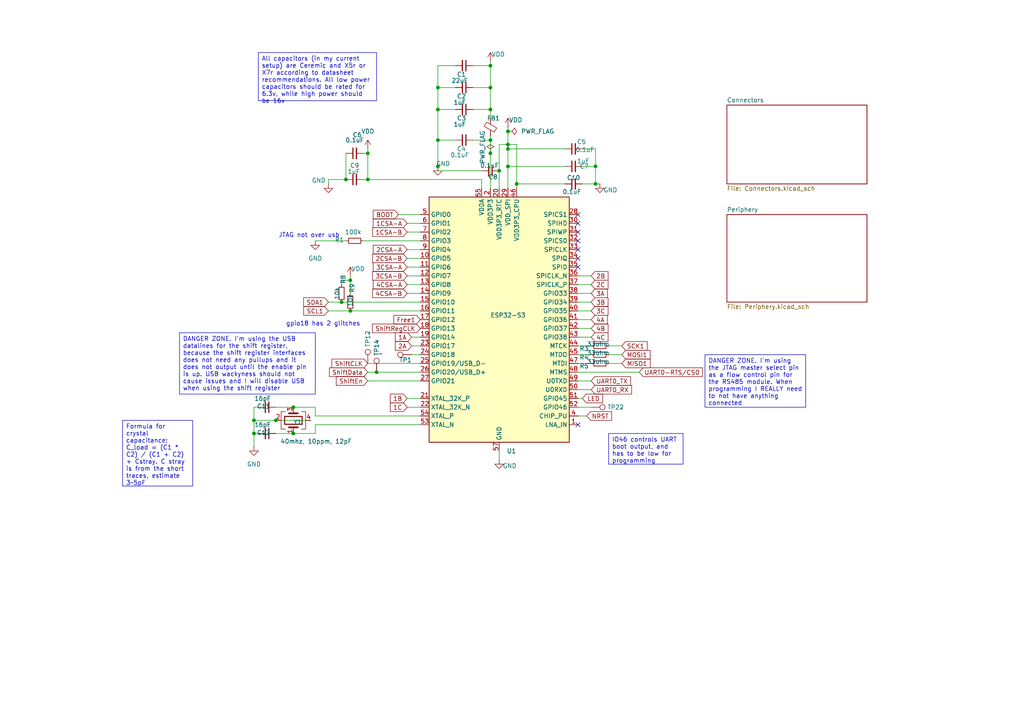
<source format=kicad_sch>
(kicad_sch (version 20231120) (generator "eeschema") (generator_version "8.0")
  (paper "A4")
  (title_block (title "CACKLE -  Hub") (date "2024-10-08"))
  (lib_symbols
    (symbol "Connector:TestPoint" (pin_numbers hide) (pin_names (offset 0.762) hide)
      (property "Reference" "TP" (at 0 6.858 0))
      (property "Value" "TestPoint" (at 0 5.08 0))
      (symbol "TestPoint_0_1"
        (circle (center 0 3.302) (radius 0.762))
      )
      (symbol "TestPoint_1_1"
        (pin passive line (at 0 0 90) (length 2.54) (name "1") (number "1"))
      )
    )
    (symbol "Device:C_Small" (pin_numbers hide) (pin_names (offset 0.254) hide)
      (property "Reference" "C" (at 0.254 1.778 0))
      (property "Value" "C_Small" (at 0.254 -2.032 0))
      (symbol "C_Small_0_1"
        (polyline (pts (xy -1.524 -0.508) (xy 1.524 -0.508)) (stroke (width 0.3302)))
        (polyline (pts (xy -1.524 0.508) (xy 1.524 0.508)) (stroke (width 0.3048)))
      )
      (symbol "C_Small_1_1"
        (pin passive line (at 0 2.54 270) (length 2.032) (name "~") (number "1"))
        (pin passive line (at 0 -2.54 90) (length 2.032) (name "~") (number "2"))
      )
    )
    (symbol "Device:Crystal_GND24" (pin_names (offset 1.016) hide)
      (property "Reference" "Y" (at 3.175 5.08 0))
      (property "Value" "Crystal_GND24" (at 3.175 3.175 0))
      (symbol "Crystal_GND24_0_1"
        (rectangle (start -1.143 2.54) (end 1.143 -2.54) (stroke (width 0.3048)))
        (polyline (pts (xy -2.54 0) (xy -2.032 0)))
        (polyline (pts (xy -2.032 -1.27) (xy -2.032 1.27)) (stroke (width 0.508)))
        (polyline (pts (xy 0 -3.81) (xy 0 -3.556)))
        (polyline (pts (xy 0 3.556) (xy 0 3.81)))
        (polyline (pts (xy 2.032 -1.27) (xy 2.032 1.27)) (stroke (width 0.508)))
        (polyline (pts (xy 2.032 0) (xy 2.54 0)))
        (polyline (pts (xy -2.54 -2.286) (xy -2.54 -3.556) (xy 2.54 -3.556) (xy 2.54 -2.286)))
        (polyline (pts (xy -2.54 2.286) (xy -2.54 3.556) (xy 2.54 3.556) (xy 2.54 2.286)))
      )
      (symbol "Crystal_GND24_1_1"
        (pin passive line (at -3.81 0 0) (length 1.27) (name "1") (number "1"))
        (pin passive line (at 0 5.08 270) (length 1.27) (name "2") (number "2"))
        (pin passive line (at 3.81 0 180) (length 1.27) (name "3") (number "3"))
        (pin passive line (at 0 -5.08 90) (length 1.27) (name "4") (number "4"))
      )
    )
    (symbol "Device:FerriteBead_Small" (pin_numbers hide) (pin_names (offset 0))
      (property "Reference" "FB" (at 1.905 1.27 0))
      (property "Value" "FerriteBead_Small" (at 1.905 -1.27 0))
      (symbol "FerriteBead_Small_0_1"
        (polyline (pts (xy 0 -1.27) (xy 0 -0.7874)))
        (polyline (pts (xy 0 0.889) (xy 0 1.2954)))
        (polyline (pts (xy -1.8288 0.2794) (xy -1.1176 1.4986) (xy 1.8288 -0.2032) (xy 1.1176 -1.4224) (xy -1.8288 0.2794)))
      )
      (symbol "FerriteBead_Small_1_1"
        (pin passive line (at 0 2.54 270) (length 1.27) (name "~") (number "1"))
        (pin passive line (at 0 -2.54 90) (length 1.27) (name "~") (number "2"))
      )
    )
    (symbol "Device:R_Small" (pin_numbers hide) (pin_names (offset 0.254) hide)
      (property "Reference" "R" (at 0.762 0.508 0))
      (property "Value" "R_Small" (at 0.762 -1.016 0))
      (symbol "R_Small_0_1"
        (rectangle (start -0.762 1.778) (end 0.762 -1.778) (stroke (width 0.2032)))
      )
      (symbol "R_Small_1_1"
        (pin passive line (at 0 2.54 270) (length 0.762) (name "~") (number "1"))
        (pin passive line (at 0 -2.54 90) (length 0.762) (name "~") (number "2"))
      )
    )
    (symbol "MCU_Espressif:ESP32-S3"
      (property "Reference" "U" (at 10.16 -38.1 0))
      (property "Value" "ESP32-S3" (at 13.97 -40.64 0))
      (symbol "ESP32-S3_0_1"
        (rectangle (start -20.32 35.56) (end 20.32 -35.56) (stroke (width 0.254)) (fill (type background)))
      )
      (symbol "ESP32-S3_1_0"
        (pin bidirectional line (at 22.86 12.7 180) (length 2.54) (name "SPICLK_N") (number "36"))
        (pin bidirectional line (at 22.86 -10.16 180) (length 2.54) (name "MTDO") (number "45"))
        (pin bidirectional line (at 22.86 -22.86 180) (length 2.54) (name "GPIO45") (number "51"))
        (pin passive line (at -5.08 38.1 270) (length 2.54) hide (name "VDDA") (number "56"))
      )
      (symbol "ESP32-S3_1_1"
        (pin bidirectional line (at 22.86 -30.48 180) (length 2.54) (name "LNA_IN") (number "1"))
        (pin bidirectional line (at -22.86 17.78 0) (length 2.54) (name "GPIO5") (number "10"))
        (pin bidirectional line (at -22.86 15.24 0) (length 2.54) (name "GPIO6") (number "11"))
        (pin bidirectional line (at -22.86 12.7 0) (length 2.54) (name "GPIO7") (number "12"))
        (pin bidirectional line (at -22.86 10.16 0) (length 2.54) (name "GPIO8") (number "13"))
        (pin bidirectional line (at -22.86 7.62 0) (length 2.54) (name "GPIO9") (number "14"))
        (pin bidirectional line (at -22.86 5.08 0) (length 2.54) (name "GPIO10") (number "15"))
        (pin bidirectional line (at -22.86 2.54 0) (length 2.54) (name "GPIO11") (number "16"))
        (pin bidirectional line (at -22.86 0 0) (length 2.54) (name "GPIO12") (number "17"))
        (pin bidirectional line (at -22.86 -2.54 0) (length 2.54) (name "GPIO13") (number "18"))
        (pin bidirectional line (at -22.86 -5.08 0) (length 2.54) (name "GPIO14") (number "19"))
        (pin power_in line (at -2.54 38.1 270) (length 2.54) (name "VDD3P3") (number "2"))
        (pin power_in line (at 0 38.1 270) (length 2.54) (name "VDD3P3_RTC") (number "20"))
        (pin passive line (at -22.86 -22.86 0) (length 2.54) (name "XTAL_32K_P") (number "21"))
        (pin passive line (at -22.86 -25.4 0) (length 2.54) (name "XTAL_32K_N") (number "22"))
        (pin bidirectional line (at -22.86 -7.62 0) (length 2.54) (name "GPIO17") (number "23"))
        (pin bidirectional line (at -22.86 -10.16 0) (length 2.54) (name "GPIO18") (number "24"))
        (pin bidirectional line (at -22.86 -12.7 0) (length 2.54) (name "GPIO19/USB_D-") (number "25"))
        (pin bidirectional line (at -22.86 -15.24 0) (length 2.54) (name "GPIO20/USB_D+") (number "26"))
        (pin bidirectional line (at -22.86 -17.78 0) (length 2.54) (name "GPIO21") (number "27"))
        (pin bidirectional line (at 22.86 30.48 180) (length 2.54) (name "SPICS1") (number "28"))
        (pin power_in line (at 2.54 38.1 270) (length 2.54) (name "VDD_SPI") (number "29"))
        (pin passive line (at -2.54 38.1 270) (length 2.54) hide (name "VDD3P3") (number "3"))
        (pin bidirectional line (at 22.86 27.94 180) (length 2.54) (name "SPIHD") (number "30"))
        (pin bidirectional line (at 22.86 25.4 180) (length 2.54) (name "SPIWP") (number "31"))
        (pin bidirectional line (at 22.86 22.86 180) (length 2.54) (name "SPICS0") (number "32"))
        (pin bidirectional line (at 22.86 20.32 180) (length 2.54) (name "SPICLK") (number "33"))
        (pin bidirectional line (at 22.86 17.78 180) (length 2.54) (name "SPIQ") (number "34"))
        (pin bidirectional line (at 22.86 15.24 180) (length 2.54) (name "SPID") (number "35"))
        (pin bidirectional line (at 22.86 10.16 180) (length 2.54) (name "SPICLK_P") (number "37"))
        (pin bidirectional line (at 22.86 7.62 180) (length 2.54) (name "GPIO33") (number "38"))
        (pin bidirectional line (at 22.86 5.08 180) (length 2.54) (name "GPIO34") (number "39"))
        (pin input line (at 22.86 -27.94 180) (length 2.54) (name "CHIP_PU") (number "4"))
        (pin bidirectional line (at 22.86 2.54 180) (length 2.54) (name "GPIO35") (number "40"))
        (pin bidirectional line (at 22.86 0 180) (length 2.54) (name "GPIO36") (number "41"))
        (pin bidirectional line (at 22.86 -2.54 180) (length 2.54) (name "GPIO37") (number "42"))
        (pin bidirectional line (at 22.86 -5.08 180) (length 2.54) (name "GPIO38") (number "43"))
        (pin bidirectional line (at 22.86 -7.62 180) (length 2.54) (name "MTCK") (number "44"))
        (pin power_in line (at 5.08 38.1 270) (length 2.54) (name "VDD3P3_CPU") (number "46"))
        (pin bidirectional line (at 22.86 -12.7 180) (length 2.54) (name "MTDI") (number "47"))
        (pin bidirectional line (at 22.86 -15.24 180) (length 2.54) (name "MTMS") (number "48"))
        (pin bidirectional line (at 22.86 -17.78 180) (length 2.54) (name "U0TXD") (number "49"))
        (pin bidirectional line (at -22.86 30.48 0) (length 2.54) (name "GPIO0") (number "5"))
        (pin bidirectional line (at 22.86 -20.32 180) (length 2.54) (name "U0RXD") (number "50"))
        (pin bidirectional line (at 22.86 -25.4 180) (length 2.54) (name "GPIO46") (number "52"))
        (pin output line (at -22.86 -30.48 0) (length 2.54) (name "XTAL_N") (number "53"))
        (pin input line (at -22.86 -27.94 0) (length 2.54) (name "XTAL_P") (number "54"))
        (pin power_in line (at -5.08 38.1 270) (length 2.54) (name "VDDA") (number "55"))
        (pin power_in line (at 0 -38.1 90) (length 2.54) (name "GND") (number "57"))
        (pin bidirectional line (at -22.86 27.94 0) (length 2.54) (name "GPIO1") (number "6"))
        (pin bidirectional line (at -22.86 25.4 0) (length 2.54) (name "GPIO2") (number "7"))
        (pin bidirectional line (at -22.86 22.86 0) (length 2.54) (name "GPIO3") (number "8"))
        (pin bidirectional line (at -22.86 20.32 0) (length 2.54) (name "GPIO4") (number "9"))
      )
    )
    (symbol "power:GND" (power) (pin_numbers hide) (pin_names (offset 0) hide)
      (property "Value" "GND" (at 0 -3.81 0))
      (symbol "GND_0_1"
        (polyline (pts (xy 0 0) (xy 0 -1.27) (xy 1.27 -1.27) (xy 0 -2.54) (xy -1.27 -1.27) (xy 0 -1.27)))
      )
      (symbol "GND_1_1"
        (pin power_in line (at 0 0 270) (length 0) (name "~") (number "1"))
      )
    )
    (symbol "power:PWR_FLAG" (power) (pin_numbers hide) (pin_names (offset 0) hide)
      (property "Value" "PWR_FLAG" (at 0 3.81 0))
      (symbol "PWR_FLAG_0_0"
        (pin power_out line (at 0 0 90) (length 0) (name "~") (number "1"))
      )
      (symbol "PWR_FLAG_0_1"
        (polyline (pts (xy 0 0) (xy 0 1.27) (xy -1.016 1.905) (xy 0 2.54) (xy 1.016 1.905) (xy 0 1.27)))
      )
    )
    (symbol "power:VDD" (power) (pin_numbers hide) (pin_names (offset 0) hide)
      (property "Value" "VDD" (at 0 3.556 0))
      (symbol "VDD_0_1"
        (polyline (pts (xy -0.762 1.27) (xy 0 2.54)))
        (polyline (pts (xy 0 0) (xy 0 2.54)))
        (polyline (pts (xy 0 2.54) (xy 0.762 1.27)))
      )
      (symbol "VDD_1_1"
        (pin power_in line (at 0 0 90) (length 0) (name "~") (number "1"))
      )
    )
  )
  (junction (at 85.09 125.73))
  (junction (at 127 40.64))
  (junction (at 73.66 125.73))
  (junction (at 127 48.26))
  (junction (at 147.32 48.26))
  (junction (at 142.24 44.45))
  (junction (at 147.32 38.1))
  (junction (at 172.72 53.34))
  (junction (at 142.24 31.75))
  (junction (at 149.86 53.34))
  (junction (at 106.68 44.45))
  (junction (at 172.72 48.26))
  (junction (at 109.22 107.95))
  (junction (at 142.24 19.05))
  (junction (at 73.66 121.92))
  (junction (at 101.6 90.17))
  (junction (at 147.32 43.18))
  (junction (at 101.6 81.28))
  (junction (at 142.24 25.4))
  (junction (at 100.33 52.07))
  (junction (at 147.32 41.91))
  (junction (at 99.06 87.63))
  (junction (at 142.24 40.64))
  (junction (at 80.01 121.92))
  (junction (at 144.78 49.53))
  (junction (at 106.68 52.07))
  (junction (at 85.09 118.11))
  (junction (at 127 31.75))
  (junction (at 127 25.4))
  (no_connect (at 167.64 64.77))
  (no_connect (at 167.64 74.93))
  (no_connect (at 167.64 62.23))
  (no_connect (at 167.64 69.85))
  (no_connect (at 167.64 72.39))
  (no_connect (at 167.64 67.31))
  (no_connect (at 167.64 77.47))
  (no_connect (at 167.64 123.19))
  (wire (pts (xy 144.78 41.91) (xy 144.78 49.53)))
  (wire (pts (xy 167.64 87.63) (xy 171.45 87.63)))
  (wire (pts (xy 142.24 44.45) (xy 142.24 54.61)))
  (wire (pts (xy 168.91 53.34) (xy 172.72 53.34)))
  (wire (pts (xy 119.38 102.87) (xy 121.92 102.87)))
  (wire (pts (xy 167.64 105.41) (xy 171.45 105.41)))
  (wire (pts (xy 73.66 121.92) (xy 73.66 125.73)))
  (wire (pts (xy 144.78 49.53) (xy 144.78 54.61)))
  (wire (pts (xy 167.64 102.87) (xy 171.45 102.87)))
  (wire (pts (xy 73.66 125.73) (xy 73.66 129.54)))
  (wire (pts (xy 132.08 31.75) (xy 127 31.75)))
  (wire (pts (xy 99.06 87.63) (xy 95.25 87.63)))
  (wire (pts (xy 172.72 48.26) (xy 172.72 53.34)))
  (wire (pts (xy 118.11 64.77) (xy 121.92 64.77)))
  (wire (pts (xy 127 48.26) (xy 127 49.53)))
  (wire (pts (xy 132.08 19.05) (xy 127 19.05)))
  (wire (pts (xy 142.24 39.37) (xy 142.24 40.64)))
  (wire (pts (xy 176.53 102.87) (xy 180.34 102.87)))
  (wire (pts (xy 137.16 19.05) (xy 142.24 19.05)))
  (wire (pts (xy 167.64 95.25) (xy 171.45 95.25)))
  (wire (pts (xy 106.68 44.45) (xy 106.68 43.18)))
  (wire (pts (xy 91.44 69.85) (xy 100.33 69.85)))
  (wire (pts (xy 105.41 69.85) (xy 121.92 69.85)))
  (wire (pts (xy 149.86 41.91) (xy 149.86 53.34)))
  (wire (pts (xy 142.24 34.29) (xy 142.24 31.75)))
  (wire (pts (xy 73.66 121.92) (xy 80.01 121.92)))
  (wire (pts (xy 95.25 90.17) (xy 101.6 90.17)))
  (wire (pts (xy 171.45 80.01) (xy 167.64 80.01)))
  (wire (pts (xy 167.64 90.17) (xy 171.45 90.17)))
  (wire (pts (xy 121.92 87.63) (xy 99.06 87.63)))
  (wire (pts (xy 171.45 113.03) (xy 167.64 113.03)))
  (wire (pts (xy 109.22 107.95) (xy 121.92 107.95)))
  (wire (pts (xy 119.38 100.33) (xy 121.92 100.33)))
  (wire (pts (xy 142.24 17.78) (xy 142.24 19.05)))
  (wire (pts (xy 101.6 80.01) (xy 101.6 81.28)))
  (wire (pts (xy 91.44 120.65) (xy 121.92 120.65)))
  (wire (pts (xy 147.32 41.91) (xy 147.32 43.18)))
  (wire (pts (xy 95.25 52.07) (xy 100.33 52.07)))
  (wire (pts (xy 127 49.53) (xy 139.7 49.53)))
  (wire (pts (xy 118.11 118.11) (xy 121.92 118.11)))
  (wire (pts (xy 101.6 90.17) (xy 121.92 90.17)))
  (wire (pts (xy 105.41 52.07) (xy 106.68 52.07)))
  (wire (pts (xy 73.66 125.73) (xy 74.93 125.73)))
  (wire (pts (xy 118.11 115.57) (xy 121.92 115.57)))
  (wire (pts (xy 80.01 121.92) (xy 90.17 121.92)))
  (wire (pts (xy 119.38 97.79) (xy 121.92 97.79)))
  (wire (pts (xy 100.33 44.45) (xy 100.33 52.07)))
  (wire (pts (xy 176.53 105.41) (xy 180.34 105.41)))
  (wire (pts (xy 139.7 54.61) (xy 139.7 52.07)))
  (wire (pts (xy 105.41 44.45) (xy 106.68 44.45)))
  (wire (pts (xy 167.64 85.09) (xy 171.45 85.09)))
  (wire (pts (xy 168.91 115.57) (xy 167.64 115.57)))
  (wire (pts (xy 115.57 62.23) (xy 121.92 62.23)))
  (wire (pts (xy 163.83 53.34) (xy 149.86 53.34)))
  (wire (pts (xy 73.66 118.11) (xy 73.66 121.92)))
  (wire (pts (xy 127 31.75) (xy 127 40.64)))
  (wire (pts (xy 144.78 41.91) (xy 147.32 41.91)))
  (wire (pts (xy 118.11 67.31) (xy 121.92 67.31)))
  (wire (pts (xy 127 25.4) (xy 127 31.75)))
  (wire (pts (xy 147.32 36.83) (xy 147.32 38.1)))
  (wire (pts (xy 85.09 118.11) (xy 91.44 118.11)))
  (wire (pts (xy 173.99 53.34) (xy 172.72 53.34)))
  (wire (pts (xy 106.68 110.49) (xy 121.92 110.49)))
  (wire (pts (xy 121.92 123.19) (xy 91.44 123.19)))
  (wire (pts (xy 118.11 82.55) (xy 121.92 82.55)))
  (wire (pts (xy 118.11 72.39) (xy 121.92 72.39)))
  (wire (pts (xy 91.44 118.11) (xy 91.44 120.65)))
  (wire (pts (xy 95.25 53.34) (xy 95.25 52.07)))
  (wire (pts (xy 149.86 53.34) (xy 149.86 54.61)))
  (wire (pts (xy 73.66 118.11) (xy 74.93 118.11)))
  (wire (pts (xy 127 40.64) (xy 132.08 40.64)))
  (wire (pts (xy 147.32 48.26) (xy 147.32 54.61)))
  (wire (pts (xy 99.06 82.55) (xy 99.06 81.28)))
  (wire (pts (xy 163.83 48.26) (xy 147.32 48.26)))
  (wire (pts (xy 118.11 80.01) (xy 121.92 80.01)))
  (wire (pts (xy 91.44 123.19) (xy 91.44 125.73)))
  (wire (pts (xy 106.68 107.95) (xy 109.22 107.95)))
  (wire (pts (xy 106.68 52.07) (xy 139.7 52.07)))
  (wire (pts (xy 127 40.64) (xy 127 48.26)))
  (wire (pts (xy 147.32 38.1) (xy 147.32 41.91)))
  (wire (pts (xy 137.16 31.75) (xy 142.24 31.75)))
  (wire (pts (xy 170.18 120.65) (xy 167.64 120.65)))
  (wire (pts (xy 137.16 25.4) (xy 142.24 25.4)))
  (wire (pts (xy 171.45 110.49) (xy 167.64 110.49)))
  (wire (pts (xy 142.24 25.4) (xy 142.24 31.75)))
  (wire (pts (xy 142.24 19.05) (xy 142.24 25.4)))
  (wire (pts (xy 167.64 82.55) (xy 171.45 82.55)))
  (wire (pts (xy 80.01 125.73) (xy 85.09 125.73)))
  (wire (pts (xy 171.45 118.11) (xy 167.64 118.11)))
  (wire (pts (xy 118.11 74.93) (xy 121.92 74.93)))
  (wire (pts (xy 163.83 43.18) (xy 147.32 43.18)))
  (wire (pts (xy 168.91 43.18) (xy 172.72 43.18)))
  (wire (pts (xy 180.34 100.33) (xy 176.53 100.33)))
  (wire (pts (xy 168.91 48.26) (xy 172.72 48.26)))
  (wire (pts (xy 167.64 97.79) (xy 171.45 97.79)))
  (wire (pts (xy 167.64 92.71) (xy 171.45 92.71)))
  (wire (pts (xy 80.01 118.11) (xy 85.09 118.11)))
  (wire (pts (xy 144.78 133.35) (xy 144.78 130.81)))
  (wire (pts (xy 118.11 77.47) (xy 121.92 77.47)))
  (wire (pts (xy 167.64 107.95) (xy 185.42 107.95)))
  (wire (pts (xy 167.64 100.33) (xy 171.45 100.33)))
  (wire (pts (xy 172.72 43.18) (xy 172.72 48.26)))
  (wire (pts (xy 101.6 81.28) (xy 101.6 85.09)))
  (wire (pts (xy 147.32 43.18) (xy 147.32 48.26)))
  (wire (pts (xy 142.24 40.64) (xy 142.24 44.45)))
  (wire (pts (xy 137.16 40.64) (xy 142.24 40.64)))
  (wire (pts (xy 99.06 81.28) (xy 101.6 81.28)))
  (wire (pts (xy 118.11 85.09) (xy 121.92 85.09)))
  (wire (pts (xy 91.44 125.73) (xy 85.09 125.73)))
  (wire (pts (xy 127 19.05) (xy 127 25.4)))
  (wire (pts (xy 106.68 105.41) (xy 121.92 105.41)))
  (wire (pts (xy 127 25.4) (xy 132.08 25.4)))
  (wire (pts (xy 149.86 41.91) (xy 147.32 41.91)))
  (wire (pts (xy 106.68 44.45) (xy 106.68 52.07)))
  (text_box "DANGER ZONE. I'm using the JTAG master select pin as a flow control pin for the RS485 module. When programming I REALLY need to not have anything connected" (at 204.47 102.87 0) (size 29.21 15.24) (effects (font (size 1.27 1.27)) (justify left top)))
  (text_box "DANGER ZONE. I'm using the USB datalines for the shift register, because the shift register interfaces does not need any pullups and it does not output until the enable pin is up. USB wackyness should not cause issues and I will disable USB when using the shift register" (at 52.07 96.52 0) (size 39.37 17.78) (effects (font (size 1.27 1.27)) (justify left top)))
  (text_box "All capacitors (in my current setup) are Ceremic and X5r or X7r according to datasheet recommendations. All low power capacitors should be rated for 6.3v, while high power should be 16v" (at 74.93 15.24 0) (size 34.29 13.97) (effects (font (size 1.27 1.27)) (justify left top)))
  (text_box "IO46 controls UART boot output, and has to be low for programming" (at 176.53 125.73 0) (size 21.59 8.89) (effects (font (size 1.27 1.27)) (justify left top)))
  (text_box "Formula for crystal capacitance: C_load = (C1 * C2) / (C1 + C2) + Cstray. C stray is from the short traces, estimate 3~5pF" (at 35.56 121.92 0) (size 20.32 19.05) (effects (font (size 1.27 1.27)) (justify left top)))
  (text "JTAG not over usb" (at 89.662 68.326 0) (effects (font (size 1.27 1.27))))
  (text "gpio18 has 2 glitches" (at 93.726 93.98 0) (effects (font (size 1.27 1.27))))
  (global_label "2CSA-A" (shape input) (at 118.11 72.39 180) (property "Intersheetrefs" "${INTERSHEET_REFS}" (effects (hide yes))))
  (global_label "1CSA-A" (shape input) (at 118.11 64.77 180) (property "Intersheetrefs" "${INTERSHEET_REFS}" (effects (hide yes))))
  (global_label "LED" (shape input) (at 168.91 115.57 0) (property "Intersheetrefs" "${INTERSHEET_REFS}" (effects (hide yes))))
  (global_label "UART0_RX" (shape input) (at 171.45 113.03 0) (property "Intersheetrefs" "${INTERSHEET_REFS}" (effects (hide yes))))
  (global_label "4C" (shape input) (at 171.45 97.79 0) (property "Intersheetrefs" "${INTERSHEET_REFS}" (effects (hide yes))))
  (global_label "UART0-RTS{slash}CS0" (shape input) (at 185.42 107.95 0) (property "Intersheetrefs" "${INTERSHEET_REFS}" (effects (hide yes))))
  (global_label "4CSA-B" (shape input) (at 118.11 85.09 180) (property "Intersheetrefs" "${INTERSHEET_REFS}" (effects (hide yes))))
  (global_label "3B" (shape input) (at 171.45 87.63 0) (property "Intersheetrefs" "${INTERSHEET_REFS}" (effects (hide yes))))
  (global_label "1B" (shape input) (at 118.11 115.57 180) (property "Intersheetrefs" "${INTERSHEET_REFS}" (effects (hide yes))))
  (global_label "4A" (shape input) (at 171.45 92.71 0) (property "Intersheetrefs" "${INTERSHEET_REFS}" (effects (hide yes))))
  (global_label "3CSA-B" (shape input) (at 118.11 80.01 180) (property "Intersheetrefs" "${INTERSHEET_REFS}" (effects (hide yes))))
  (global_label "4CSA-A" (shape input) (at 118.11 82.55 180) (property "Intersheetrefs" "${INTERSHEET_REFS}" (effects (hide yes))))
  (global_label "ShiftEn" (shape input) (at 106.68 110.49 180) (property "Intersheetrefs" "${INTERSHEET_REFS}" (effects (hide yes))))
  (global_label "MISO1" (shape input) (at 180.34 105.41 0) (property "Intersheetrefs" "${INTERSHEET_REFS}" (effects (hide yes))))
  (global_label "ShiftRegCLK" (shape input) (at 121.92 95.25 180) (property "Intersheetrefs" "${INTERSHEET_REFS}" (effects (hide yes))))
  (global_label "1A" (shape input) (at 119.38 97.79 180) (property "Intersheetrefs" "${INTERSHEET_REFS}" (effects (hide yes))))
  (global_label "2B" (shape input) (at 171.45 80.01 0) (property "Intersheetrefs" "${INTERSHEET_REFS}" (effects (hide yes))))
  (global_label "SDA1" (shape input) (at 95.25 87.63 180) (property "Intersheetrefs" "${INTERSHEET_REFS}" (effects (hide yes))))
  (global_label "ShiftData" (shape input) (at 106.68 107.95 180) (property "Intersheetrefs" "${INTERSHEET_REFS}" (effects (hide yes))))
  (global_label "BOOT" (shape input) (at 115.57 62.23 180) (property "Intersheetrefs" "${INTERSHEET_REFS}" (effects (hide yes))))
  (global_label "2A" (shape input) (at 119.38 100.33 180) (property "Intersheetrefs" "${INTERSHEET_REFS}" (effects (hide yes))))
  (global_label "2C" (shape input) (at 171.45 82.55 0) (property "Intersheetrefs" "${INTERSHEET_REFS}" (effects (hide yes))))
  (global_label "MOSI1" (shape input) (at 180.34 102.87 0) (property "Intersheetrefs" "${INTERSHEET_REFS}" (effects (hide yes))))
  (global_label "3C" (shape input) (at 171.45 90.17 0) (property "Intersheetrefs" "${INTERSHEET_REFS}" (effects (hide yes))))
  (global_label "Free1" (shape input) (at 121.92 92.71 180) (property "Intersheetrefs" "${INTERSHEET_REFS}" (effects (hide yes))))
  (global_label "4B" (shape input) (at 171.45 95.25 0) (property "Intersheetrefs" "${INTERSHEET_REFS}" (effects (hide yes))))
  (global_label "NRST" (shape input) (at 170.18 120.65 0) (property "Intersheetrefs" "${INTERSHEET_REFS}" (effects (hide yes))))
  (global_label "3CSA-A" (shape input) (at 118.11 77.47 180) (property "Intersheetrefs" "${INTERSHEET_REFS}" (effects (hide yes))))
  (global_label "1CSA-B" (shape input) (at 118.11 67.31 180) (property "Intersheetrefs" "${INTERSHEET_REFS}" (effects (hide yes))))
  (global_label "3A" (shape input) (at 171.45 85.09 0) (property "Intersheetrefs" "${INTERSHEET_REFS}" (effects (hide yes))))
  (global_label "SCL1" (shape input) (at 95.25 90.17 180) (property "Intersheetrefs" "${INTERSHEET_REFS}" (effects (hide yes))))
  (global_label "1C" (shape input) (at 118.11 118.11 180) (property "Intersheetrefs" "${INTERSHEET_REFS}" (effects (hide yes))))
  (global_label "ShiftCLK" (shape input) (at 106.68 105.41 180) (property "Intersheetrefs" "${INTERSHEET_REFS}" (effects (hide yes))))
  (global_label "SCK1" (shape input) (at 180.34 100.33 0) (property "Intersheetrefs" "${INTERSHEET_REFS}" (effects (hide yes))))
  (global_label "2CSA-B" (shape input) (at 118.11 74.93 180) (property "Intersheetrefs" "${INTERSHEET_REFS}" (effects (hide yes))))
  (global_label "UART0_TX" (shape input) (at 171.45 110.49 0) (property "Intersheetrefs" "${INTERSHEET_REFS}" (effects (hide yes))))
  (symbol (lib_id "Device:Crystal_GND24") (at 85.09 121.92 90) (unit 1)
    (property "Reference" "Y1" (at 86.36 122.428 90))
    (property "Value" "40mhz, 10ppm, 12pF" (at 91.694 128.016 90))
    (property "Footprint" "Crystal:Crystal_SMD_3225-4Pin_3.2x2.5mm" (effects (hide yes)))
    (property "Description" "Four pin crystal, GND on pins 2 and 4" (effects (hide yes)))
  )
  (symbol (lib_id "Device:FerriteBead_Small") (at 142.24 36.83 180) (unit 1)
    (property "Reference" "FB1" (at 141.224 34.29 0) (effects (justify right)))
    (property "Value" "120ohm imp @100mhz" (effects (hide yes)))
    (property "Footprint" "Inductor_SMD:L_0603_1608Metric" (effects (hide yes)))
    (property "Description" "Ferrite bead, small symbol" (effects (hide yes)))
  )
  (symbol (lib_id "Device:C_Small") (at 102.87 52.07 90) (unit 1)
    (property "Reference" "C9" (at 102.87 48.006 90))
    (property "Value" "1uF" (at 102.616 49.784 90))
    (property "Footprint" "Capacitor_SMD:C_0603_1608Metric" (effects (hide yes)))
    (property "Description" "Unpolarized capacitor, small symbol" (effects (hide yes)))
  )
  (symbol (lib_id "Device:C_Small") (at 102.87 44.45 90) (unit 1)
    (property "Reference" "C6" (at 103.632 39.116 90))
    (property "Value" "0.1uF" (at 102.8763 40.64 90))
    (property "Footprint" "Capacitor_SMD:C_0603_1608Metric" (effects (hide yes)))
    (property "Description" "Unpolarized capacitor, small symbol" (effects (hide yes)))
  )
  (symbol (lib_id "Device:C_Small") (at 142.24 49.53 270) (unit 1)
    (property "Reference" "C8" (at 143.002 51.308 90))
    (property "Value" "0.1uF" (at 141.986 48.006 90))
    (property "Footprint" "Capacitor_SMD:C_0603_1608Metric" (effects (hide yes)))
    (property "Description" "Unpolarized capacitor, small symbol" (effects (hide yes)))
  )
  (symbol (lib_id "power:GND") (at 173.99 53.34 0) (unit 1)
    (property "Reference" "#PWR08" (effects (hide yes)))
    (property "Value" "GND" (at 177.038 55.118 0))
    (property "Description" "Power symbol creates a global label with name \"GND\" , ground" (effects (hide yes)))
  )
  (symbol (lib_id "power:GND") (at 127 48.26 0) (unit 1)
    (property "Reference" "#PWR07" (effects (hide yes)))
    (property "Value" "GND" (at 128.524 47.498 0))
    (property "Description" "Power symbol creates a global label with name \"GND\" , ground" (effects (hide yes)))
  )
  (symbol (lib_id "Connector:TestPoint") (at 119.38 102.87 90) (unit 1) (in_bom no)
    (property "Reference" "TP1" (at 117.602 104.394 90))
    (property "Value" "~" (at 110.49 102.616 90))
    (property "Footprint" "TestPoint:TestPoint_Pad_D1.0mm" (effects (hide yes)))
    (property "Description" "test point" (effects (hide yes)))
  )
  (symbol (lib_id "power:GND") (at 95.25 53.34 0) (unit 1)
    (property "Reference" "#PWR09" (effects (hide yes)))
    (property "Value" "GND" (at 92.456 52.324 0))
    (property "Description" "Power symbol creates a global label with name \"GND\" , ground" (effects (hide yes)))
  )
  (symbol (lib_id "Connector:TestPoint") (at 109.22 107.95 0) (unit 1) (in_bom no)
    (property "Reference" "TP14" (at 109.22 100.838 90))
    (property "Value" "~" (at 109.474 99.06 90))
    (property "Footprint" "TestPoint:TestPoint_Pad_D1.0mm" (effects (hide yes)))
    (property "Description" "test point" (effects (hide yes)))
  )
  (symbol (lib_id "Device:R_Small") (at 99.06 85.09 0) (unit 1)
    (property "Reference" "R8" (at 99.568 81.026 90))
    (property "Value" "10k" (at 97.79 85.09 90))
    (property "Footprint" "Resistor_SMD:R_0603_1608Metric" (effects (hide yes)))
    (property "Description" "Resistor, small symbol" (effects (hide yes)))
  )
  (symbol (lib_id "Device:C_Small") (at 166.37 43.18 90) (unit 1)
    (property "Reference" "C5" (at 168.656 41.148 90))
    (property "Value" "0.1uF" (at 169.672 43.434 90))
    (property "Footprint" "Capacitor_SMD:C_0603_1608Metric" (effects (hide yes)))
    (property "Description" "Unpolarized capacitor, small symbol" (effects (hide yes)))
  )
  (symbol (lib_id "power:VDD") (at 142.24 17.78 0) (unit 1)
    (property "Reference" "#PWR01" (effects (hide yes)))
    (property "Value" "VDD" (at 144.526 15.748 0))
    (property "Description" "Power symbol creates a global label with name \"VDD\"" (effects (hide yes)))
  )
  (symbol (lib_id "power:PWR_FLAG") (at 142.24 44.45 0) (unit 1)
    (property "Reference" "#FLG02" (effects (hide yes)))
    (property "Value" "PWR_FLAG" (at 139.954 42.672 90))
    (property "Description" "Special symbol for telling ERC where power comes from" (effects (hide yes)))
  )
  (symbol (lib_id "power:VDD") (at 101.6 80.01 0) (unit 1)
    (property "Reference" "#PWR029" (effects (hide yes)))
    (property "Value" "VDD" (at 103.886 77.978 0))
    (property "Description" "Power symbol creates a global label with name \"VDD\"" (effects (hide yes)))
  )
  (symbol (lib_id "power:GND") (at 144.78 133.35 0) (unit 1)
    (property "Reference" "#PWR019" (effects (hide yes)))
    (property "Value" "GND" (at 147.828 135.128 0))
    (property "Description" "Power symbol creates a global label with name \"GND\" , ground" (effects (hide yes)))
  )
  (symbol (lib_id "Device:C_Small") (at 134.62 31.75 270) (unit 1)
    (property "Reference" "C3" (at 133.858 34.29 90))
    (property "Value" "1uF" (at 133.35 36.068 90))
    (property "Footprint" "Capacitor_SMD:C_0603_1608Metric" (effects (hide yes)))
    (property "Description" "Unpolarized capacitor, small symbol" (effects (hide yes)))
  )
  (symbol (lib_id "power:GND") (at 73.66 129.54 0) (unit 1)
    (property "Reference" "#PWR018" (effects (hide yes)))
    (property "Value" "GND" (at 73.66 134.62 0))
    (property "Description" "Power symbol creates a global label with name \"GND\" , ground" (effects (hide yes)))
  )
  (symbol (lib_id "Device:C_Small") (at 77.47 125.73 270) (unit 1)
    (property "Reference" "C12" (at 76.454 125.476 90))
    (property "Value" "16pF" (at 76.2 123.19 90))
    (property "Footprint" "Capacitor_SMD:C_0603_1608Metric_Pad1.08x0.95mm_HandSolder" (effects (hide yes)))
    (property "Description" "Unpolarized capacitor, small symbol" (effects (hide yes)))
  )
  (symbol (lib_id "power:GND") (at 91.44 69.85 0) (unit 1)
    (property "Reference" "#PWR012" (effects (hide yes)))
    (property "Value" "GND" (at 91.44 74.93 0))
    (property "Description" "Power symbol creates a global label with name \"GND\" , ground" (effects (hide yes)))
  )
  (symbol (lib_id "Connector:TestPoint") (at 106.68 105.41 0) (unit 1) (in_bom no)
    (property "Reference" "TP12" (at 106.68 98.298 90))
    (property "Value" "~" (at 106.934 96.52 90))
    (property "Footprint" "TestPoint:TestPoint_Pad_D1.0mm" (effects (hide yes)))
    (property "Description" "test point" (effects (hide yes)))
  )
  (symbol (lib_id "Device:C_Small") (at 134.62 40.64 270) (unit 1)
    (property "Reference" "C4" (at 133.858 43.18 90))
    (property "Value" "0.1uF" (at 133.35 44.958 90))
    (property "Footprint" "Capacitor_SMD:C_0603_1608Metric" (effects (hide yes)))
    (property "Description" "Unpolarized capacitor, small symbol" (effects (hide yes)))
  )
  (symbol (lib_id "Device:R_Small") (at 173.99 100.33 90) (unit 1)
    (property "Reference" "R3" (at 169.418 101.092 90))
    (property "Value" "33ohm" (at 173.482 99.822 90))
    (property "Footprint" "Resistor_SMD:R_0603_1608Metric" (effects (hide yes)))
    (property "Description" "Resistor, small symbol" (effects (hide yes)))
  )
  (symbol (lib_id "Device:R_Small") (at 101.6 87.63 0) (unit 1)
    (property "Reference" "R9" (at 102.108 83.566 90))
    (property "Value" "10k" (at 101.6 87.122 90))
    (property "Footprint" "Resistor_SMD:R_0603_1608Metric" (effects (hide yes)))
    (property "Description" "Resistor, small symbol" (effects (hide yes)))
  )
  (symbol (lib_id "power:PWR_FLAG") (at 147.32 38.1 270) (unit 1)
    (property "Reference" "#FLG01" (effects (hide yes)))
    (property "Value" "PWR_FLAG" (at 151.13 38.0999 90) (effects (justify left)))
    (property "Description" "Special symbol for telling ERC where power comes from" (effects (hide yes)))
  )
  (symbol (lib_id "Device:R_Small") (at 173.99 105.41 90) (unit 1)
    (property "Reference" "R5" (at 169.418 106.172 90))
    (property "Value" "33ohm" (at 173.482 104.902 90))
    (property "Footprint" "Resistor_SMD:R_0603_1608Metric" (effects (hide yes)))
    (property "Description" "Resistor, small symbol" (effects (hide yes)))
  )
  (symbol (lib_id "Device:C_Small") (at 166.37 53.34 90) (unit 1)
    (property "Reference" "C10" (at 166.37 51.562 90))
    (property "Value" "0.1uF" (at 165.862 55.626 90))
    (property "Footprint" "Capacitor_SMD:C_0603_1608Metric" (effects (hide yes)))
    (property "Description" "Unpolarized capacitor, small symbol" (effects (hide yes)))
  )
  (symbol (lib_id "power:VDD") (at 147.32 36.83 0) (unit 1)
    (property "Reference" "#PWR03" (effects (hide yes)))
    (property "Value" "VDD" (at 149.606 34.798 0))
    (property "Description" "Power symbol creates a global label with name \"VDD\"" (effects (hide yes)))
  )
  (symbol (lib_id "Device:C_Small") (at 134.62 25.4 270) (unit 1)
    (property "Reference" "C2" (at 133.858 27.94 90))
    (property "Value" "1uF" (at 133.35 29.718 90))
    (property "Footprint" "Capacitor_SMD:C_0603_1608Metric" (effects (hide yes)))
    (property "Description" "Unpolarized capacitor, small symbol" (effects (hide yes)))
  )
  (symbol (lib_id "MCU_Espressif:ESP32-S3") (at 144.78 92.71 0) (unit 1)
    (property "Reference" "U1" (at 146.9741 130.81 0) (effects (justify left)))
    (property "Value" "ESP32-S3" (at 142.24 91.44 0) (effects (justify left)))
    (property "Footprint" "Package_DFN_QFN:QFN-56-1EP_7x7mm_P0.4mm_EP4x4mm" (effects (hide yes)))
    (property "Datasheet" "https://www.espressif.com/sites/default/files/documentation/esp32-s3_datasheet_en.pdf" (effects (hide yes)))
    (property "Description" "Microcontroller, Wi-Fi 802.11b/g/n, Bluetooth, 32bit" (effects (hide yes)))
  )
  (symbol (lib_id "Device:R_Small") (at 173.99 102.87 90) (unit 1)
    (property "Reference" "R4" (at 169.418 103.632 90))
    (property "Value" "33ohm" (at 173.482 102.362 90))
    (property "Footprint" "Resistor_SMD:R_0603_1608Metric" (effects (hide yes)))
    (property "Description" "Resistor, small symbol" (effects (hide yes)))
  )
  (symbol (lib_id "Connector:TestPoint") (at 171.45 118.11 270) (unit 1)
    (property "Reference" "TP22" (at 178.562 118.11 90))
    (property "Value" "~" (at 180.34 118.364 90))
    (property "Footprint" "TestPoint:TestPoint_Pad_D1.0mm" (effects (hide yes)))
    (property "Description" "test point" (effects (hide yes)))
  )
  (symbol (lib_id "Device:C_Small") (at 166.37 48.26 90) (unit 1)
    (property "Reference" "C7" (at 169.418 48.26 90))
    (property "Value" "1uF" (at 169.164 46.736 90))
    (property "Footprint" "Capacitor_SMD:C_0603_1608Metric" (effects (hide yes)))
    (property "Description" "Unpolarized capacitor, small symbol" (effects (hide yes)))
  )
  (symbol (lib_id "Device:R_Small") (at 102.87 69.85 270) (unit 1)
    (property "Reference" "R1" (at 99.822 69.596 90) (effects (justify right)))
    (property "Value" "100k" (at 104.902 67.31 90) (effects (justify right)))
    (property "Footprint" "Resistor_SMD:R_0603_1608Metric" (effects (hide yes)))
    (property "Description" "Resistor, small symbol" (effects (hide yes)))
  )
  (symbol (lib_id "Device:C_Small") (at 134.62 19.05 270) (unit 1)
    (property "Reference" "C1" (at 133.858 21.59 90))
    (property "Value" "22uF" (at 133.35 23.368 90))
    (property "Footprint" "Capacitor_SMD:C_0603_1608Metric" (effects (hide yes)))
    (property "Description" "Unpolarized capacitor, small symbol" (effects (hide yes)))
  )
  (symbol (lib_id "Device:C_Small") (at 77.47 118.11 270) (unit 1)
    (property "Reference" "C11" (at 76.454 117.856 90))
    (property "Value" "16pF" (at 76.2 115.57 90))
    (property "Footprint" "Capacitor_SMD:C_0603_1608Metric_Pad1.08x0.95mm_HandSolder" (effects (hide yes)))
    (property "Description" "Unpolarized capacitor, small symbol" (effects (hide yes)))
  )
  (symbol (lib_id "power:VDD") (at 106.68 43.18 0) (unit 1)
    (property "Reference" "#PWR06" (effects (hide yes)))
    (property "Value" "VDD" (at 106.68 38.1 0))
    (property "Description" "Power symbol creates a global label with name \"VDD\"" (effects (hide yes)))
  )
  (sheet (at 210.82 62.23) (size 40.64 25.4) (stroke (width 0.1524))
    (property "Sheetname" "Periphery" (at 210.82 61.5184 0) (effects (justify left bottom)))
    (property "Sheetfile" "Periphery.kicad_sch" (at 210.82 88.2146 0) (effects (justify left top)))
  )
  (sheet (at 210.82 30.48) (size 40.64 22.86) (stroke (width 0.1524))
    (property "Sheetname" "Connectors" (at 210.82 29.7684 0) (effects (justify left bottom)))
    (property "Sheetfile" "Connectors.kicad_sch" (at 210.82 53.9246 0) (effects (justify left top)))
  )
)
</source>
